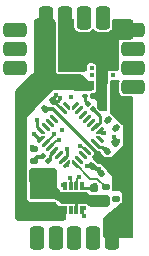
<source format=gbr>
%TF.GenerationSoftware,KiCad,Pcbnew,7.0.8*%
%TF.CreationDate,2024-02-17T11:30:39+00:00*%
%TF.ProjectId,uCoilDriver_I2C,75436f69-6c44-4726-9976-65725f493243,rev?*%
%TF.SameCoordinates,Original*%
%TF.FileFunction,Copper,L1,Top*%
%TF.FilePolarity,Positive*%
%FSLAX46Y46*%
G04 Gerber Fmt 4.6, Leading zero omitted, Abs format (unit mm)*
G04 Created by KiCad (PCBNEW 7.0.8) date 2024-02-17 11:30:39*
%MOMM*%
%LPD*%
G01*
G04 APERTURE LIST*
G04 Aperture macros list*
%AMRoundRect*
0 Rectangle with rounded corners*
0 $1 Rounding radius*
0 $2 $3 $4 $5 $6 $7 $8 $9 X,Y pos of 4 corners*
0 Add a 4 corners polygon primitive as box body*
4,1,4,$2,$3,$4,$5,$6,$7,$8,$9,$2,$3,0*
0 Add four circle primitives for the rounded corners*
1,1,$1+$1,$2,$3*
1,1,$1+$1,$4,$5*
1,1,$1+$1,$6,$7*
1,1,$1+$1,$8,$9*
0 Add four rect primitives between the rounded corners*
20,1,$1+$1,$2,$3,$4,$5,0*
20,1,$1+$1,$4,$5,$6,$7,0*
20,1,$1+$1,$6,$7,$8,$9,0*
20,1,$1+$1,$8,$9,$2,$3,0*%
%AMFreePoly0*
4,1,14,0.230680,0.111820,0.364320,-0.021821,0.377500,-0.053642,0.377500,-0.080000,0.364320,-0.111820,0.332500,-0.125000,-0.332500,-0.125000,-0.364320,-0.111820,-0.377500,-0.080000,-0.377500,0.080000,-0.364320,0.111820,-0.332500,0.125000,0.198860,0.125000,0.230680,0.111820,0.230680,0.111820,$1*%
%AMFreePoly1*
4,1,14,0.364320,0.111820,0.377500,0.080000,0.377501,0.053640,0.364318,0.021819,0.230680,-0.111820,0.198860,-0.125000,-0.332500,-0.125000,-0.364320,-0.111820,-0.377500,-0.080000,-0.377500,0.080000,-0.364320,0.111820,-0.332500,0.125000,0.332500,0.125000,0.364320,0.111820,0.364320,0.111820,$1*%
%AMFreePoly2*
4,1,15,0.053642,0.377500,0.080000,0.377500,0.111820,0.364320,0.125000,0.332500,0.125000,-0.332500,0.111820,-0.364320,0.080000,-0.377500,-0.080000,-0.377500,-0.111820,-0.364320,-0.125000,-0.332500,-0.125000,0.198860,-0.111820,0.230680,0.021820,0.364320,0.053640,0.377501,0.053642,0.377500,0.053642,0.377500,$1*%
%AMFreePoly3*
4,1,14,-0.021820,0.364320,0.111820,0.230679,0.125001,0.198860,0.125000,-0.332500,0.111820,-0.364320,0.080000,-0.377500,-0.080000,-0.377500,-0.111820,-0.364320,-0.125000,-0.332500,-0.125000,0.332500,-0.111820,0.364320,-0.080000,0.377500,-0.053640,0.377500,-0.021820,0.364320,-0.021820,0.364320,$1*%
%AMFreePoly4*
4,1,14,0.364320,0.111820,0.377500,0.080000,0.377500,-0.080000,0.364320,-0.111820,0.332500,-0.125000,-0.198860,-0.125001,-0.230680,-0.111818,-0.364320,0.021820,-0.377500,0.053640,-0.377500,0.080000,-0.364320,0.111820,-0.332500,0.125000,0.332500,0.125000,0.364320,0.111820,0.364320,0.111820,$1*%
%AMFreePoly5*
4,1,15,-0.198858,0.125000,0.332500,0.125000,0.364320,0.111820,0.377500,0.080000,0.377500,-0.080000,0.364320,-0.111820,0.332500,-0.125000,-0.332500,-0.125000,-0.364320,-0.111820,-0.377500,-0.080000,-0.377500,-0.053640,-0.364320,-0.021820,-0.230680,0.111820,-0.198860,0.125001,-0.198858,0.125000,-0.198858,0.125000,$1*%
%AMFreePoly6*
4,1,14,0.111820,0.364320,0.125000,0.332500,0.125001,-0.198860,0.111818,-0.230680,-0.021820,-0.364320,-0.053640,-0.377500,-0.080000,-0.377500,-0.111820,-0.364320,-0.125000,-0.332500,-0.125000,0.332500,-0.111820,0.364320,-0.080000,0.377500,0.080000,0.377500,0.111820,0.364320,0.111820,0.364320,$1*%
%AMFreePoly7*
4,1,14,0.111820,0.364320,0.125000,0.332500,0.125000,-0.332500,0.111820,-0.364320,0.080000,-0.377500,0.053640,-0.377501,0.021819,-0.364318,-0.111820,-0.230680,-0.125000,-0.198860,-0.125000,0.332500,-0.111820,0.364320,-0.080000,0.377500,0.080000,0.377500,0.111820,0.364320,0.111820,0.364320,$1*%
G04 Aperture macros list end*
%TA.AperFunction,CastellatedPad*%
%ADD10RoundRect,0.300000X-0.300000X-0.700000X0.300000X-0.700000X0.300000X0.700000X-0.300000X0.700000X0*%
%TD*%
%TA.AperFunction,CastellatedPad*%
%ADD11RoundRect,0.300000X-0.700000X0.300000X-0.700000X-0.300000X0.700000X-0.300000X0.700000X0.300000X0*%
%TD*%
%TA.AperFunction,SMDPad,CuDef*%
%ADD12RoundRect,0.140000X0.021213X-0.219203X0.219203X-0.021213X-0.021213X0.219203X-0.219203X0.021213X0*%
%TD*%
%TA.AperFunction,SMDPad,CuDef*%
%ADD13FreePoly0,135.000000*%
%TD*%
%TA.AperFunction,SMDPad,CuDef*%
%ADD14RoundRect,0.062500X0.309359X-0.220971X-0.220971X0.309359X-0.309359X0.220971X0.220971X-0.309359X0*%
%TD*%
%TA.AperFunction,SMDPad,CuDef*%
%ADD15FreePoly1,135.000000*%
%TD*%
%TA.AperFunction,SMDPad,CuDef*%
%ADD16FreePoly2,135.000000*%
%TD*%
%TA.AperFunction,SMDPad,CuDef*%
%ADD17RoundRect,0.062500X0.309359X0.220971X0.220971X0.309359X-0.309359X-0.220971X-0.220971X-0.309359X0*%
%TD*%
%TA.AperFunction,SMDPad,CuDef*%
%ADD18FreePoly3,135.000000*%
%TD*%
%TA.AperFunction,SMDPad,CuDef*%
%ADD19FreePoly4,135.000000*%
%TD*%
%TA.AperFunction,SMDPad,CuDef*%
%ADD20FreePoly5,135.000000*%
%TD*%
%TA.AperFunction,SMDPad,CuDef*%
%ADD21FreePoly6,135.000000*%
%TD*%
%TA.AperFunction,SMDPad,CuDef*%
%ADD22FreePoly7,135.000000*%
%TD*%
%TA.AperFunction,SMDPad,CuDef*%
%ADD23RoundRect,0.160000X0.160000X-0.197500X0.160000X0.197500X-0.160000X0.197500X-0.160000X-0.197500X0*%
%TD*%
%TA.AperFunction,SMDPad,CuDef*%
%ADD24RoundRect,0.100000X-0.162635X0.021213X0.021213X-0.162635X0.162635X-0.021213X-0.021213X0.162635X0*%
%TD*%
%TA.AperFunction,SMDPad,CuDef*%
%ADD25R,0.300000X0.700000*%
%TD*%
%TA.AperFunction,SMDPad,CuDef*%
%ADD26R,1.700000X1.000000*%
%TD*%
%TA.AperFunction,SMDPad,CuDef*%
%ADD27RoundRect,0.147500X-0.172500X0.147500X-0.172500X-0.147500X0.172500X-0.147500X0.172500X0.147500X0*%
%TD*%
%TA.AperFunction,CastellatedPad*%
%ADD28RoundRect,0.300000X0.700000X-0.300000X0.700000X0.300000X-0.700000X0.300000X-0.700000X-0.300000X0*%
%TD*%
%TA.AperFunction,SMDPad,CuDef*%
%ADD29RoundRect,0.093750X0.093750X0.106250X-0.093750X0.106250X-0.093750X-0.106250X0.093750X-0.106250X0*%
%TD*%
%TA.AperFunction,SMDPad,CuDef*%
%ADD30R,1.000000X1.600000*%
%TD*%
%TA.AperFunction,SMDPad,CuDef*%
%ADD31RoundRect,0.135000X0.185000X-0.135000X0.185000X0.135000X-0.185000X0.135000X-0.185000X-0.135000X0*%
%TD*%
%TA.AperFunction,SMDPad,CuDef*%
%ADD32RoundRect,0.100000X0.130000X0.100000X-0.130000X0.100000X-0.130000X-0.100000X0.130000X-0.100000X0*%
%TD*%
%TA.AperFunction,SMDPad,CuDef*%
%ADD33RoundRect,0.225000X0.250000X-0.225000X0.250000X0.225000X-0.250000X0.225000X-0.250000X-0.225000X0*%
%TD*%
%TA.AperFunction,SMDPad,CuDef*%
%ADD34RoundRect,0.140000X0.140000X0.170000X-0.140000X0.170000X-0.140000X-0.170000X0.140000X-0.170000X0*%
%TD*%
%TA.AperFunction,SMDPad,CuDef*%
%ADD35RoundRect,0.140000X-0.021213X0.219203X-0.219203X0.021213X0.021213X-0.219203X0.219203X-0.021213X0*%
%TD*%
%TA.AperFunction,SMDPad,CuDef*%
%ADD36RoundRect,0.140000X-0.219203X-0.021213X-0.021213X-0.219203X0.219203X0.021213X0.021213X0.219203X0*%
%TD*%
%TA.AperFunction,SMDPad,CuDef*%
%ADD37RoundRect,0.250000X0.925000X-0.412500X0.925000X0.412500X-0.925000X0.412500X-0.925000X-0.412500X0*%
%TD*%
%TA.AperFunction,SMDPad,CuDef*%
%ADD38RoundRect,0.250000X-0.412500X-0.925000X0.412500X-0.925000X0.412500X0.925000X-0.412500X0.925000X0*%
%TD*%
%TA.AperFunction,CastellatedPad*%
%ADD39RoundRect,0.300000X0.300000X0.700000X-0.300000X0.700000X-0.300000X-0.700000X0.300000X-0.700000X0*%
%TD*%
%TA.AperFunction,ViaPad*%
%ADD40C,0.450000*%
%TD*%
%TA.AperFunction,ViaPad*%
%ADD41C,0.440000*%
%TD*%
%TA.AperFunction,Conductor*%
%ADD42C,0.250000*%
%TD*%
%TA.AperFunction,Conductor*%
%ADD43C,0.200000*%
%TD*%
%TA.AperFunction,Conductor*%
%ADD44C,0.340000*%
%TD*%
%TA.AperFunction,Conductor*%
%ADD45C,0.300000*%
%TD*%
%TA.AperFunction,Conductor*%
%ADD46C,0.280000*%
%TD*%
G04 APERTURE END LIST*
D10*
%TO.P,TP2,1,1*%
%TO.N,GND*%
X75699800Y-81550000D03*
%TD*%
D11*
%TO.P,TP6,1,1*%
%TO.N,/NRST*%
X81500000Y-87400400D03*
%TD*%
D12*
%TO.P,C8,1*%
%TO.N,/ADC_IN*%
X79260589Y-92789411D03*
%TO.P,C8,2*%
%TO.N,GND*%
X79939411Y-92110589D03*
%TD*%
D11*
%TO.P,,1,1*%
%TO.N,/I2C1_SDA*%
X71500000Y-85800200D03*
%TD*%
D13*
%TO.P,U2,1,BOOT0*%
%TO.N,Net-(U2-BOOT0)*%
X76535320Y-93946679D03*
D14*
%TO.P,U2,2,PF0*%
%TO.N,unconnected-(U2-PF0-Pad2)*%
X76846447Y-93550699D03*
%TO.P,U2,3,PF1*%
%TO.N,unconnected-(U2-PF1-Pad3)*%
X77200000Y-93197146D03*
%TO.P,U2,4,NRST*%
%TO.N,/NRST*%
X77553553Y-92843592D03*
%TO.P,U2,5,VDDA*%
%TO.N,+3.3V*%
X77907107Y-92490039D03*
%TO.P,U2,6,PA0*%
%TO.N,/ADC_IN*%
X78260660Y-92136486D03*
D15*
%TO.P,U2,7,PA1*%
%TO.N,unconnected-(U2-PA1-Pad7)*%
X78656640Y-91825359D03*
D16*
%TO.P,U2,8,PA2*%
%TO.N,/PA2_IPROPI*%
X78656640Y-91121787D03*
D17*
%TO.P,U2,9,PA3*%
%TO.N,Net-(U2-PA3)*%
X78260660Y-90810660D03*
%TO.P,U2,10,PA4*%
%TO.N,unconnected-(U2-PA4-Pad10)*%
X77907107Y-90457107D03*
%TO.P,U2,11,PA5*%
%TO.N,unconnected-(U2-PA5-Pad11)*%
X77553553Y-90103554D03*
%TO.P,U2,12,PA6*%
%TO.N,unconnected-(U2-PA6-Pad12)*%
X77200000Y-89750000D03*
%TO.P,U2,13,PA7*%
%TO.N,unconnected-(U2-PA7-Pad13)*%
X76846447Y-89396447D03*
D18*
%TO.P,U2,14,PB0*%
%TO.N,unconnected-(U2-PB0-Pad14)*%
X76535320Y-89000467D03*
D19*
%TO.P,U2,15,PB1*%
%TO.N,unconnected-(U2-PB1-Pad15)*%
X75831748Y-89000467D03*
D14*
%TO.P,U2,16,VSS*%
%TO.N,GND*%
X75520621Y-89396447D03*
%TO.P,U2,17,VDD*%
%TO.N,+3.3V*%
X75167068Y-89750000D03*
%TO.P,U2,18,PA8*%
%TO.N,unconnected-(U2-PA8-Pad18)*%
X74813515Y-90103554D03*
%TO.P,U2,19,PA9*%
%TO.N,/UART_TX*%
X74459961Y-90457107D03*
%TO.P,U2,20,PA10*%
%TO.N,/UART_RX*%
X74106408Y-90810660D03*
D20*
%TO.P,U2,21,PA13*%
%TO.N,/SWDIO*%
X73710428Y-91121787D03*
D21*
%TO.P,U2,22,PA14*%
%TO.N,/SWCLK*%
X73710428Y-91825359D03*
D17*
%TO.P,U2,23,PA15*%
%TO.N,/TIM2_CH1*%
X74106408Y-92136486D03*
%TO.P,U2,24,PB3*%
%TO.N,/TIM2_CH2*%
X74459961Y-92490039D03*
%TO.P,U2,25,PB4*%
%TO.N,Net-(U2-PB4)*%
X74813515Y-92843592D03*
%TO.P,U2,26,PB5*%
%TO.N,unconnected-(U2-PB5-Pad26)*%
X75167068Y-93197146D03*
%TO.P,U2,27,PB6*%
%TO.N,/I2C1_SCL*%
X75520621Y-93550699D03*
D22*
%TO.P,U2,28,PB7*%
%TO.N,/I2C1_SDA*%
X75831748Y-93946679D03*
%TD*%
D23*
%TO.P,R4,1*%
%TO.N,GND*%
X78200000Y-97165000D03*
%TO.P,R4,2*%
%TO.N,/PA2_IPROPI*%
X78200000Y-95970000D03*
%TD*%
D24*
%TO.P,R5,1*%
%TO.N,Net-(D2-A)*%
X77624726Y-88826126D03*
%TO.P,R5,2*%
%TO.N,Net-(U2-PA3)*%
X78077274Y-89278674D03*
%TD*%
D25*
%TO.P,U1,1,IPROPI*%
%TO.N,/PA2_IPROPI*%
X77175000Y-95758000D03*
%TO.P,U1,2,IN2*%
%TO.N,/TIM2_CH2*%
X76675000Y-95758000D03*
%TO.P,U1,3,IN1*%
%TO.N,/TIM2_CH1*%
X76175000Y-95758000D03*
%TO.P,U1,4,VREF*%
%TO.N,Net-(U1-VREF)*%
X75675000Y-95758000D03*
%TO.P,U1,5,VM*%
%TO.N,+12V*%
X75675000Y-97858000D03*
%TO.P,U1,6,OUT1*%
%TO.N,/OUT1*%
X76175000Y-97858000D03*
%TO.P,U1,7,GND_1*%
%TO.N,GND*%
X76675000Y-97858000D03*
%TO.P,U1,8,OUT2*%
%TO.N,/OUT2*%
X77175000Y-97858000D03*
D26*
%TO.P,U1,9,GND_2*%
%TO.N,GND*%
X76425000Y-96808000D03*
%TD*%
D11*
%TO.P,TP7,1,1*%
%TO.N,/I2C1_SDA*%
X81500000Y-85800200D03*
%TD*%
D10*
%TO.P,TP13,1,1*%
%TO.N,/OUT1*%
X73299600Y-100200000D03*
%TD*%
D27*
%TO.P,D1,1,K*%
%TO.N,GND*%
X73050000Y-92665000D03*
%TO.P,D1,2,A*%
%TO.N,Net-(D1-A)*%
X73050000Y-93635000D03*
%TD*%
D28*
%TO.P,TP8,1,1*%
%TO.N,/I2C1_SCL*%
X81500000Y-84200000D03*
%TD*%
%TO.P,,1,1*%
%TO.N,/I2C1_SCL*%
X71500000Y-84200000D03*
%TD*%
D29*
%TO.P,U3,1,OUT*%
%TO.N,+3.3V*%
X79737500Y-87079800D03*
%TO.P,U3,2,NC*%
%TO.N,unconnected-(U3-NC-Pad2)*%
X79737500Y-86429800D03*
%TO.P,U3,3,GND*%
%TO.N,GND*%
X79737500Y-85779800D03*
%TO.P,U3,4,EN*%
%TO.N,unconnected-(U3-EN-Pad4)*%
X77962500Y-85779800D03*
%TO.P,U3,5,NC*%
%TO.N,unconnected-(U3-NC-Pad5)*%
X77962500Y-86429800D03*
%TO.P,U3,6,IN*%
%TO.N,+12V*%
X77962500Y-87079800D03*
D30*
%TO.P,U3,7,GND*%
%TO.N,GND*%
X78850000Y-86429800D03*
%TD*%
D31*
%TO.P,R2,1*%
%TO.N,Net-(U1-VREF)*%
X79990000Y-96857200D03*
%TO.P,R2,2*%
%TO.N,+3.3V*%
X79990000Y-95942800D03*
%TD*%
D32*
%TO.P,D2,1,K*%
%TO.N,GND*%
X78060000Y-88170000D03*
%TO.P,D2,2,A*%
%TO.N,Net-(D2-A)*%
X77420000Y-88170000D03*
%TD*%
D33*
%TO.P,C2,1*%
%TO.N,+12V*%
X76750000Y-87225000D03*
%TO.P,C2,2*%
%TO.N,GND*%
X76750000Y-85675000D03*
%TD*%
D10*
%TO.P,TP15,1,1*%
%TO.N,GND*%
X76500000Y-100200000D03*
%TD*%
D24*
%TO.P,R3,1*%
%TO.N,Net-(D1-A)*%
X73840126Y-93245726D03*
%TO.P,R3,2*%
%TO.N,Net-(U2-PB4)*%
X74292674Y-93698274D03*
%TD*%
D10*
%TO.P,TP17,1,1*%
%TO.N,/ADC_IN*%
X78100200Y-100200000D03*
%TD*%
D34*
%TO.P,C3,1*%
%TO.N,+3.3V*%
X79855000Y-88163400D03*
%TO.P,C3,2*%
%TO.N,GND*%
X78895000Y-88163400D03*
%TD*%
D10*
%TO.P,TP14,1,1*%
%TO.N,/OUT2*%
X74899800Y-100200000D03*
%TD*%
D35*
%TO.P,C11,1*%
%TO.N,+3.3V*%
X78639411Y-93385589D03*
%TO.P,C11,2*%
%TO.N,GND*%
X77960589Y-94064411D03*
%TD*%
D12*
%TO.P,C6,1*%
%TO.N,+3.3V*%
X73990589Y-89239411D03*
%TO.P,C6,2*%
%TO.N,GND*%
X74669411Y-88560589D03*
%TD*%
D28*
%TO.P,TP11,1,1*%
%TO.N,GND*%
X81500000Y-82600000D03*
%TD*%
D34*
%TO.P,C5,1*%
%TO.N,+3.3V*%
X79855000Y-89103200D03*
%TO.P,C5,2*%
%TO.N,GND*%
X78895000Y-89103200D03*
%TD*%
D31*
%TO.P,R1,1*%
%TO.N,GND*%
X79150000Y-96912800D03*
%TO.P,R1,2*%
%TO.N,Net-(U2-BOOT0)*%
X79150000Y-95892800D03*
%TD*%
D10*
%TO.P,TP12,1,1*%
%TO.N,/SWDIO*%
X78900000Y-81550000D03*
%TD*%
D36*
%TO.P,C1,1*%
%TO.N,/NRST*%
X79335589Y-90235589D03*
%TO.P,C1,2*%
%TO.N,GND*%
X80014411Y-90914411D03*
%TD*%
D37*
%TO.P,C4,1*%
%TO.N,+12V*%
X73880000Y-98012500D03*
%TO.P,C4,2*%
%TO.N,GND*%
X73880000Y-94937500D03*
%TD*%
D38*
%TO.P,C7,1*%
%TO.N,+12V*%
X74100000Y-83925000D03*
%TO.P,C7,2*%
%TO.N,GND*%
X77175000Y-83925000D03*
%TD*%
D39*
%TO.P,TP3,1,1*%
%TO.N,/SWCLK*%
X77300000Y-81550000D03*
%TD*%
D28*
%TO.P,,1,1*%
%TO.N,GND*%
X71500000Y-82600000D03*
%TD*%
D35*
%TO.P,C12,1*%
%TO.N,+3.3V*%
X79414411Y-93985589D03*
%TO.P,C12,2*%
%TO.N,GND*%
X78735589Y-94664411D03*
%TD*%
D10*
%TO.P,TP1,1,1*%
%TO.N,+12V*%
X74099600Y-81550000D03*
%TD*%
%TO.P,TP16,1,1*%
%TO.N,+3.3V*%
X79699600Y-100200000D03*
%TD*%
D40*
%TO.N,/NRST*%
X79335589Y-90235589D03*
X76962862Y-92385311D03*
%TO.N,GND*%
X78960251Y-86349700D03*
X76908240Y-83650500D03*
X80014411Y-90914411D03*
X78724500Y-87400000D03*
X78850500Y-88163400D03*
X72920000Y-96390000D03*
X76175000Y-88250000D03*
X72900000Y-92475000D03*
X77536664Y-94074433D03*
X73590000Y-96390000D03*
X76323774Y-96973450D03*
X78549500Y-94370000D03*
X75300000Y-88350000D03*
X80217605Y-91974153D03*
X74260000Y-96390000D03*
X78811630Y-94810255D03*
X75381142Y-96818372D03*
X74925000Y-88100000D03*
X72920000Y-95720000D03*
X75460000Y-91060000D03*
X79846725Y-91603275D03*
X79650000Y-83450000D03*
X77840000Y-97160000D03*
X78900000Y-84975000D03*
X78600000Y-83575000D03*
X74850000Y-96474500D03*
X79600000Y-84925000D03*
X73875000Y-94937500D03*
X76725000Y-96583500D03*
X77320000Y-96820000D03*
X77160000Y-85180000D03*
X79180000Y-97240000D03*
X78590000Y-97250000D03*
X78724500Y-86824027D03*
X78835462Y-88746720D03*
X75875000Y-96583500D03*
X73590000Y-95720000D03*
X75475000Y-85000000D03*
%TO.N,/PA2_IPROPI*%
X79025000Y-91300000D03*
X78211188Y-95711013D03*
%TO.N,/I2C1_SCL*%
X75862862Y-92691470D03*
%TO.N,/I2C1_SDA*%
X75895714Y-94010500D03*
%TO.N,/SWDIO*%
X73300500Y-90200000D03*
%TO.N,/SWCLK*%
X73050000Y-91350000D03*
%TO.N,/ADC_IN*%
X79264477Y-92935523D03*
%TO.N,Net-(U1-VREF)*%
X75565511Y-95706584D03*
X80065500Y-96860000D03*
%TO.N,/TIM2_CH2*%
X75172249Y-91914194D03*
X76872584Y-94997415D03*
%TO.N,/TIM2_CH1*%
X74774177Y-91400976D03*
X76141503Y-95132587D03*
%TO.N,/OUT2*%
X77351771Y-97694958D03*
X77350000Y-98320000D03*
D41*
%TO.N,/OUT1*%
X76175000Y-97858000D03*
%TD*%
D42*
%TO.N,/I2C1_SCL*%
X75862862Y-93208458D02*
X75862862Y-92691470D01*
X75520621Y-93550699D02*
X75862862Y-93208458D01*
D43*
%TO.N,/NRST*%
X77553553Y-92843592D02*
X77095272Y-92385311D01*
D44*
%TO.N,+3.3V*%
X77509531Y-92090521D02*
X74729010Y-89310000D01*
D43*
%TO.N,/NRST*%
X77095272Y-92385311D02*
X76962862Y-92385311D01*
D44*
%TO.N,+3.3V*%
X78689411Y-93271636D02*
X77509531Y-92091756D01*
X77509531Y-92091756D02*
X77509531Y-92090521D01*
X74729010Y-89310000D02*
X74061178Y-89310000D01*
D43*
%TO.N,/TIM2_CH1*%
X76175000Y-95166084D02*
X76141503Y-95132587D01*
X76175000Y-95758000D02*
X76175000Y-95166084D01*
%TO.N,Net-(U1-VREF)*%
X75623584Y-95706584D02*
X75565511Y-95706584D01*
X75675000Y-95758000D02*
X75623584Y-95706584D01*
%TO.N,Net-(U2-BOOT0)*%
X78428651Y-95186013D02*
X79135438Y-95892800D01*
X77836013Y-95186013D02*
X78428651Y-95186013D01*
X76596679Y-93946679D02*
X77836013Y-95186013D01*
D42*
%TO.N,/PA2_IPROPI*%
X77175000Y-95975000D02*
X77947201Y-95975000D01*
D43*
%TO.N,Net-(U2-BOOT0)*%
X79135438Y-95892800D02*
X79150000Y-95892800D01*
D42*
%TO.N,/PA2_IPROPI*%
X77947201Y-95975000D02*
X78211188Y-95711013D01*
D43*
%TO.N,Net-(U2-BOOT0)*%
X76535320Y-93946679D02*
X76596679Y-93946679D01*
%TO.N,/TIM2_CH2*%
X76690500Y-95179499D02*
X76690500Y-95374047D01*
X76675000Y-95389547D02*
X76675000Y-95758000D01*
X76690500Y-95374047D02*
X76675000Y-95389547D01*
X76872584Y-94997415D02*
X76690500Y-95179499D01*
D42*
%TO.N,GND*%
X79939411Y-91695961D02*
X79846725Y-91603275D01*
X78074411Y-94064411D02*
X77960589Y-94064411D01*
X75089411Y-88560589D02*
X74669411Y-88560589D01*
X75520621Y-89396447D02*
X74684763Y-88560589D01*
X74684763Y-88560589D02*
X74669411Y-88560589D01*
X75300000Y-88350000D02*
X75089411Y-88560589D01*
D45*
X78482924Y-94472924D02*
X78074411Y-94064411D01*
D42*
X74669411Y-88355589D02*
X74669411Y-88560589D01*
X74925000Y-88100000D02*
X74669411Y-88355589D01*
X79939411Y-92110589D02*
X79939411Y-91695961D01*
%TO.N,+3.3V*%
X78690641Y-93386819D02*
X78690641Y-93450000D01*
X78689411Y-93385589D02*
X78690641Y-93386819D01*
X78689411Y-93385589D02*
X78739411Y-93435589D01*
X78739411Y-93435589D02*
X78739411Y-93449500D01*
X79856477Y-88450000D02*
X79830000Y-88450000D01*
X78689411Y-93385589D02*
X78689411Y-93271636D01*
X74061178Y-89310000D02*
X73990589Y-89239411D01*
%TO.N,/PA2_IPROPI*%
X79025000Y-91300000D02*
X78834853Y-91300000D01*
X78834853Y-91300000D02*
X78656640Y-91121787D01*
%TO.N,/SWDIO*%
X73300500Y-90711859D02*
X73710428Y-91121787D01*
X73300500Y-90200000D02*
X73300500Y-90711859D01*
%TO.N,/SWCLK*%
X73525359Y-91825359D02*
X73710428Y-91825359D01*
X73050000Y-91350000D02*
X73525359Y-91825359D01*
%TO.N,/ADC_IN*%
X78611215Y-92487041D02*
X78260660Y-92136486D01*
X79264477Y-92935523D02*
X78815995Y-92487041D01*
X78815995Y-92487041D02*
X78611215Y-92487041D01*
D43*
%TO.N,/TIM2_CH2*%
X74459961Y-92490039D02*
X75035806Y-91914194D01*
X75035806Y-91914194D02*
X75172249Y-91914194D01*
%TO.N,/TIM2_CH1*%
X74774177Y-91468717D02*
X74106408Y-92136486D01*
X74774177Y-91400976D02*
X74774177Y-91468717D01*
D45*
%TO.N,Net-(D1-A)*%
X73715452Y-93370400D02*
X73329800Y-93370400D01*
X73840126Y-93245726D02*
X73715452Y-93370400D01*
X73329800Y-93370400D02*
X73047163Y-93653037D01*
D46*
%TO.N,Net-(U2-PB4)*%
X74396600Y-93260507D02*
X74396600Y-93594348D01*
X74396600Y-93594348D02*
X74292674Y-93698274D01*
X74813515Y-92843592D02*
X74396600Y-93260507D01*
%TO.N,Net-(D2-A)*%
X77420000Y-88600000D02*
X77420000Y-88270000D01*
X77583726Y-88763726D02*
X77420000Y-88600000D01*
%TO.N,Net-(U2-PA3)*%
X78636386Y-89888586D02*
X78036274Y-89288474D01*
X78260660Y-90810660D02*
X78636386Y-90434934D01*
X78636386Y-90434934D02*
X78636386Y-89888586D01*
%TD*%
%TA.AperFunction,Conductor*%
%TO.N,GND*%
G36*
X74761971Y-94262381D02*
G01*
X74840618Y-94278024D01*
X74885308Y-94296535D01*
X74941626Y-94334166D01*
X74975833Y-94368373D01*
X75013462Y-94424688D01*
X75031976Y-94469387D01*
X75047617Y-94548019D01*
X75050000Y-94572210D01*
X75050000Y-95900000D01*
X75133183Y-95986986D01*
X75133184Y-95986987D01*
X75311926Y-96173901D01*
X75311930Y-96173904D01*
X75400000Y-96266000D01*
X75454934Y-96266241D01*
X75458474Y-96268607D01*
X75458475Y-96268607D01*
X75458475Y-96268608D01*
X75498097Y-96276488D01*
X75508209Y-96278500D01*
X75841790Y-96278499D01*
X75881436Y-96270613D01*
X75906160Y-96268233D01*
X75945805Y-96268407D01*
X75969439Y-96270789D01*
X76001066Y-96277079D01*
X76008209Y-96278500D01*
X76341790Y-96278499D01*
X76370586Y-96272771D01*
X76395316Y-96270391D01*
X76434280Y-96270563D01*
X76457149Y-96270663D01*
X76480780Y-96273044D01*
X76508209Y-96278500D01*
X76841790Y-96278499D01*
X76859735Y-96274929D01*
X76884466Y-96272549D01*
X76968491Y-96272919D01*
X76992122Y-96275300D01*
X77008209Y-96278500D01*
X77020611Y-96278499D01*
X77051235Y-96283899D01*
X77051270Y-96283704D01*
X77061954Y-96285587D01*
X77061955Y-96285588D01*
X77146525Y-96300500D01*
X77424467Y-96300500D01*
X77481938Y-96314622D01*
X77497596Y-96322812D01*
X77510471Y-96329546D01*
X77527160Y-96340045D01*
X77775000Y-96525000D01*
X77988102Y-96526032D01*
X77996704Y-96526677D01*
X78005785Y-96528000D01*
X78394209Y-96527999D01*
X79219278Y-96531995D01*
X79243383Y-96534480D01*
X79286578Y-96543262D01*
X79321719Y-96550407D01*
X79366211Y-96569026D01*
X79422244Y-96606712D01*
X79456266Y-96640899D01*
X79493680Y-96697113D01*
X79512085Y-96741699D01*
X79527632Y-96820107D01*
X79530000Y-96844225D01*
X79530000Y-97218845D01*
X79527628Y-97242981D01*
X79521897Y-97271862D01*
X79512053Y-97321459D01*
X79493616Y-97366076D01*
X79456142Y-97422317D01*
X79422063Y-97456514D01*
X79365952Y-97494181D01*
X79321397Y-97512771D01*
X79242976Y-97528615D01*
X79218846Y-97531070D01*
X77887710Y-97535654D01*
X77869501Y-97534373D01*
X77809597Y-97525693D01*
X77774720Y-97515238D01*
X77764651Y-97510515D01*
X77712317Y-97464225D01*
X77706826Y-97454547D01*
X77700301Y-97441741D01*
X77700294Y-97441732D01*
X77604996Y-97346434D01*
X77604992Y-97346431D01*
X77604991Y-97346430D01*
X77484897Y-97285239D01*
X77484895Y-97285238D01*
X77484892Y-97285237D01*
X77351773Y-97264154D01*
X77351769Y-97264154D01*
X77218647Y-97285237D01*
X77199705Y-97294889D01*
X77192647Y-97298485D01*
X77136354Y-97312000D01*
X77131665Y-97312000D01*
X76835000Y-97312000D01*
X76831686Y-97608648D01*
X76831686Y-97608653D01*
X76830295Y-97733209D01*
X76809863Y-97800025D01*
X76756551Y-97845187D01*
X76687286Y-97854357D01*
X76624059Y-97824624D01*
X76586943Y-97765428D01*
X76583832Y-97751233D01*
X76579905Y-97726438D01*
X76519433Y-97607755D01*
X76519431Y-97607753D01*
X76515002Y-97599060D01*
X76516829Y-97598128D01*
X76512122Y-97587112D01*
X76517500Y-97312000D01*
X76211580Y-97312000D01*
X75645158Y-97312000D01*
X75620978Y-97309620D01*
X75622107Y-97309844D01*
X75616476Y-97309009D01*
X75612145Y-97308367D01*
X75612135Y-97308366D01*
X75612133Y-97308365D01*
X75577917Y-97304995D01*
X75574554Y-97304830D01*
X75567835Y-97304500D01*
X75567829Y-97304500D01*
X75423271Y-97304500D01*
X75356232Y-97284815D01*
X75339432Y-97271862D01*
X75085637Y-97038967D01*
X75085634Y-97038965D01*
X75078332Y-97032864D01*
X75078329Y-97032862D01*
X75078321Y-97032855D01*
X75052424Y-97013180D01*
X75044568Y-97007768D01*
X74991744Y-96974881D01*
X74991730Y-96974874D01*
X74991723Y-96974870D01*
X74957697Y-96957840D01*
X74957685Y-96957835D01*
X74957684Y-96957834D01*
X74957683Y-96957834D01*
X74943466Y-96952299D01*
X74915029Y-96941229D01*
X74878416Y-96930764D01*
X74878417Y-96930764D01*
X74878406Y-96930761D01*
X74817256Y-96919280D01*
X74817254Y-96919279D01*
X74817245Y-96919278D01*
X74807806Y-96917955D01*
X74807804Y-96917955D01*
X74775440Y-96914942D01*
X74775441Y-96914942D01*
X74769988Y-96914689D01*
X74765905Y-96914500D01*
X74765899Y-96914500D01*
X72851911Y-96914500D01*
X72784872Y-96894815D01*
X72766343Y-96880244D01*
X72748829Y-96863545D01*
X72713893Y-96803037D01*
X72710397Y-96773896D01*
X72710196Y-96493384D01*
X72709876Y-96485354D01*
X72707847Y-96459700D01*
X72707716Y-96458037D01*
X72706770Y-96450062D01*
X72702332Y-96422043D01*
X72700328Y-96409394D01*
X72700328Y-96370606D01*
X72705168Y-96340045D01*
X72706623Y-96330860D01*
X72707573Y-96322812D01*
X72709320Y-96300500D01*
X72709732Y-96295245D01*
X72710046Y-96287145D01*
X72709710Y-95820326D01*
X72709391Y-95812301D01*
X72707232Y-95784984D01*
X72706286Y-95777004D01*
X72700329Y-95739392D01*
X72700329Y-95700600D01*
X72706141Y-95663904D01*
X72707093Y-95655850D01*
X72709252Y-95628282D01*
X72709566Y-95620183D01*
X72708711Y-94433713D01*
X72728346Y-94366665D01*
X72763816Y-94330530D01*
X72814691Y-94296536D01*
X72859379Y-94278025D01*
X72938028Y-94262381D01*
X72962211Y-94260000D01*
X74737789Y-94260000D01*
X74761971Y-94262381D01*
G37*
%TD.AperFunction*%
%TD*%
%TA.AperFunction,Conductor*%
%TO.N,+12V*%
G36*
X74641274Y-81621503D02*
G01*
X74665222Y-81624168D01*
X74724087Y-81636603D01*
X74768218Y-81655409D01*
X74807754Y-81682312D01*
X74841444Y-81716460D01*
X74867812Y-81756357D01*
X74886020Y-81800739D01*
X74894287Y-81842669D01*
X74896959Y-81856219D01*
X74899301Y-81880205D01*
X74899301Y-82297885D01*
X74899644Y-82301069D01*
X74900000Y-82307702D01*
X74900000Y-86150000D01*
X74973221Y-86223221D01*
X74973224Y-86223225D01*
X75001774Y-86251775D01*
X75001777Y-86251777D01*
X75075000Y-86325000D01*
X76457717Y-86325000D01*
X76462580Y-86325191D01*
X76466508Y-86325500D01*
X77015408Y-86325500D01*
X77038924Y-86327750D01*
X77094270Y-86338440D01*
X77137917Y-86355954D01*
X77187519Y-86387914D01*
X77206063Y-86402540D01*
X77412500Y-86600000D01*
X77700000Y-86875000D01*
X77912789Y-86875000D01*
X77936972Y-86877381D01*
X77986915Y-86887315D01*
X78031607Y-86905826D01*
X78063593Y-86927199D01*
X78097800Y-86961406D01*
X78119171Y-86993389D01*
X78137685Y-87038088D01*
X78147617Y-87088019D01*
X78150000Y-87112210D01*
X78150000Y-87456288D01*
X78147599Y-87480569D01*
X78135677Y-87540274D01*
X78117031Y-87585107D01*
X78090063Y-87625279D01*
X78055626Y-87659516D01*
X78015303Y-87686248D01*
X77970360Y-87704636D01*
X77910582Y-87716211D01*
X77886290Y-87718470D01*
X75110930Y-87702382D01*
X75067852Y-87691908D01*
X75067402Y-87693295D01*
X75058124Y-87690280D01*
X74925002Y-87669196D01*
X74924998Y-87669196D01*
X74791878Y-87690279D01*
X74791873Y-87690281D01*
X74771977Y-87700417D01*
X74700000Y-87700000D01*
X74625709Y-87776823D01*
X74625704Y-87776827D01*
X73144376Y-89308656D01*
X72500000Y-89975000D01*
X72500073Y-90076207D01*
X72500073Y-90076210D01*
X72501667Y-92289667D01*
X72491518Y-92332012D01*
X72493297Y-92332590D01*
X72490280Y-92341875D01*
X72469196Y-92474997D01*
X72469196Y-92475002D01*
X72490280Y-92608126D01*
X72493296Y-92617407D01*
X72491659Y-92617938D01*
X72501934Y-92660678D01*
X72504063Y-95616278D01*
X72502537Y-95635763D01*
X72489196Y-95719999D01*
X72502687Y-95805181D01*
X72504213Y-95824489D01*
X72504543Y-96283240D01*
X72503017Y-96302724D01*
X72489196Y-96390000D01*
X72489196Y-96390001D01*
X72503172Y-96478242D01*
X72504699Y-96497550D01*
X72505000Y-96915000D01*
X72720000Y-97120000D01*
X74761136Y-97120000D01*
X74784019Y-97122130D01*
X74806538Y-97126358D01*
X74840484Y-97132732D01*
X74883134Y-97149335D01*
X74920626Y-97172676D01*
X74931909Y-97179701D01*
X74950211Y-97193605D01*
X75223294Y-97444200D01*
X75223297Y-97444201D01*
X75295000Y-97510000D01*
X75562789Y-97510000D01*
X75586980Y-97512383D01*
X75646480Y-97524218D01*
X75691177Y-97542732D01*
X75728261Y-97567510D01*
X75773066Y-97621123D01*
X75781773Y-97690448D01*
X75773051Y-97717134D01*
X75773111Y-97717154D01*
X75770094Y-97726439D01*
X75749258Y-97857996D01*
X75749258Y-97858003D01*
X75770093Y-97989557D01*
X75770094Y-97989560D01*
X75770095Y-97989562D01*
X75811485Y-98070795D01*
X75825000Y-98127088D01*
X75825000Y-98462789D01*
X75822617Y-98486982D01*
X75810781Y-98546482D01*
X75792267Y-98591179D01*
X75765481Y-98631268D01*
X75731269Y-98665479D01*
X75696975Y-98688394D01*
X75691179Y-98692267D01*
X75646482Y-98710781D01*
X75612857Y-98717469D01*
X75586978Y-98722617D01*
X75562789Y-98725000D01*
X71764224Y-98725000D01*
X71740029Y-98722617D01*
X71680516Y-98710777D01*
X71635811Y-98692256D01*
X71595719Y-98665462D01*
X71561507Y-98631242D01*
X71534722Y-98591143D01*
X71516213Y-98546437D01*
X71504884Y-98489423D01*
X71502509Y-98465255D01*
X71505041Y-87761453D01*
X71507524Y-87736796D01*
X71519349Y-87678633D01*
X71538602Y-87633207D01*
X71573590Y-87582196D01*
X71589592Y-87563250D01*
X72888097Y-86305970D01*
X72998317Y-86199249D01*
X72998317Y-86199247D01*
X73075000Y-86125000D01*
X73051476Y-81867160D01*
X73053780Y-81842674D01*
X73065566Y-81782431D01*
X73084268Y-81737185D01*
X73111429Y-81696677D01*
X73146182Y-81662200D01*
X73186909Y-81635361D01*
X73232301Y-81617023D01*
X73274361Y-81609142D01*
X73292631Y-81605720D01*
X73317140Y-81603610D01*
X74641274Y-81621503D01*
G37*
%TD.AperFunction*%
%TD*%
%TA.AperFunction,Conductor*%
%TO.N,+3.3V*%
G36*
X80225231Y-86828000D02*
G01*
X80283344Y-86847140D01*
X80319109Y-86896783D01*
X80318865Y-86957968D01*
X80317591Y-86961595D01*
X80305910Y-86992911D01*
X80305908Y-86992922D01*
X80299500Y-87052529D01*
X80299500Y-87748266D01*
X80299501Y-87748270D01*
X80305908Y-87807880D01*
X80305909Y-87807885D01*
X80356202Y-87942729D01*
X80385027Y-87981234D01*
X80442454Y-88057946D01*
X80442457Y-88057948D01*
X80442458Y-88057949D01*
X80557670Y-88144197D01*
X80692511Y-88194489D01*
X80692512Y-88194489D01*
X80692517Y-88194491D01*
X80752127Y-88200900D01*
X81401000Y-88200899D01*
X81459191Y-88219806D01*
X81495155Y-88269306D01*
X81500000Y-88299899D01*
X81500000Y-99986248D01*
X81498097Y-100005563D01*
X81488616Y-100053224D01*
X81473835Y-100088910D01*
X81452362Y-100121047D01*
X81425047Y-100148362D01*
X81392910Y-100169835D01*
X81357224Y-100184616D01*
X81312077Y-100193597D01*
X81292762Y-100195500D01*
X79107238Y-100195500D01*
X79087925Y-100193598D01*
X79069749Y-100189982D01*
X79042775Y-100184617D01*
X79007089Y-100169835D01*
X79006330Y-100169328D01*
X78974949Y-100148359D01*
X78947640Y-100121050D01*
X78926163Y-100088908D01*
X78911382Y-100053222D01*
X78902601Y-100009075D01*
X78900699Y-99989762D01*
X78900699Y-99452133D01*
X78900698Y-99452119D01*
X78900284Y-99448264D01*
X78900000Y-99442971D01*
X78900000Y-98614972D01*
X78902380Y-98593396D01*
X78914192Y-98540519D01*
X78932558Y-98501464D01*
X78965749Y-98458641D01*
X78980844Y-98443050D01*
X80426330Y-97246008D01*
X80426330Y-97246007D01*
X80500000Y-97185000D01*
X80495904Y-96871659D01*
X80496303Y-96866149D01*
X80496304Y-96857213D01*
X80495608Y-96849067D01*
X80490000Y-96420000D01*
X80300000Y-96230000D01*
X80219052Y-96228694D01*
X79888862Y-96223368D01*
X79863616Y-96219672D01*
X79802788Y-96202537D01*
X79759202Y-96176822D01*
X79724138Y-96141327D01*
X79698958Y-96097433D01*
X79682565Y-96036400D01*
X79679177Y-96011110D01*
X79675318Y-95030744D01*
X79675318Y-95030739D01*
X79675317Y-95030738D01*
X79675000Y-94950000D01*
X79269185Y-94532590D01*
X79258914Y-94518694D01*
X79258834Y-94518756D01*
X79243891Y-94499283D01*
X79223776Y-94473069D01*
X78940843Y-94190137D01*
X78922638Y-94165079D01*
X78898029Y-94116782D01*
X78898028Y-94116780D01*
X78802720Y-94021472D01*
X78802717Y-94021470D01*
X78682629Y-93960282D01*
X78682627Y-93960281D01*
X78541805Y-93937977D01*
X78542277Y-93934995D01*
X78497013Y-93920289D01*
X78485200Y-93910200D01*
X78453397Y-93878396D01*
X78449126Y-93873526D01*
X78448776Y-93873069D01*
X78151931Y-93576225D01*
X78151466Y-93575868D01*
X78146603Y-93571602D01*
X78047657Y-93472657D01*
X78032094Y-93452445D01*
X78000316Y-93397834D01*
X77986890Y-93349054D01*
X77986802Y-93340481D01*
X78005117Y-93282105D01*
X78015784Y-93269486D01*
X78059431Y-93225840D01*
X78101233Y-93163279D01*
X78107605Y-93131240D01*
X78133283Y-93081996D01*
X78351802Y-92854372D01*
X78366752Y-92841618D01*
X78407170Y-92813555D01*
X78443071Y-92798034D01*
X78450829Y-92796388D01*
X78489118Y-92799075D01*
X78489639Y-92796125D01*
X78518073Y-92801138D01*
X78538566Y-92804751D01*
X78542763Y-92805681D01*
X78582408Y-92816305D01*
X78582408Y-92816304D01*
X78590775Y-92818547D01*
X78590451Y-92819754D01*
X78626163Y-92832260D01*
X78636113Y-92838872D01*
X78651319Y-92851319D01*
X78742562Y-92942563D01*
X78746835Y-92947435D01*
X78772402Y-92980753D01*
X78837919Y-93046270D01*
X78856119Y-93071321D01*
X78915949Y-93188743D01*
X79011257Y-93284051D01*
X79131351Y-93345242D01*
X79147856Y-93347856D01*
X79150000Y-93350000D01*
X79161392Y-93350000D01*
X79264477Y-93366327D01*
X79359866Y-93351219D01*
X79375353Y-93350000D01*
X79492156Y-93350000D01*
X79492157Y-93350000D01*
X79575000Y-93350000D01*
X80600000Y-92325000D01*
X80600000Y-92184673D01*
X80610791Y-92139727D01*
X80627323Y-92107280D01*
X80627324Y-92107279D01*
X80648409Y-91974153D01*
X80627324Y-91841027D01*
X80617406Y-91821561D01*
X80610790Y-91808576D01*
X80600000Y-91763632D01*
X80600000Y-90734162D01*
X80600000Y-90650000D01*
X80539822Y-90591159D01*
X79542246Y-89615751D01*
X79529611Y-89600659D01*
X79501898Y-89559932D01*
X79486703Y-89523823D01*
X79476957Y-89475532D01*
X79475000Y-89455947D01*
X79475000Y-87343646D01*
X79488883Y-87297882D01*
X79488035Y-87297531D01*
X79491603Y-87288915D01*
X79491687Y-87288641D01*
X79491767Y-87288522D01*
X79500500Y-87244620D01*
X79500500Y-86963977D01*
X79517264Y-86908857D01*
X79522868Y-86900497D01*
X79550300Y-86873173D01*
X79582576Y-86851723D01*
X79618394Y-86837013D01*
X79646157Y-86831591D01*
X79666209Y-86827676D01*
X79685576Y-86825842D01*
X80225231Y-86828000D01*
G37*
%TD.AperFunction*%
%TD*%
%TA.AperFunction,Conductor*%
%TO.N,GND*%
G36*
X75785606Y-81631709D02*
G01*
X76401253Y-81636372D01*
X76459297Y-81655719D01*
X76494885Y-81705490D01*
X76499501Y-81735369D01*
X76499501Y-82297872D01*
X76500261Y-82304945D01*
X76505908Y-82357480D01*
X76505909Y-82357485D01*
X76556202Y-82492329D01*
X76642450Y-82607541D01*
X76642454Y-82607546D01*
X76642457Y-82607548D01*
X76642458Y-82607549D01*
X76757670Y-82693797D01*
X76892511Y-82744089D01*
X76892512Y-82744089D01*
X76892517Y-82744091D01*
X76952127Y-82750500D01*
X77647872Y-82750499D01*
X77707483Y-82744091D01*
X77774907Y-82718943D01*
X77842329Y-82693797D01*
X77842329Y-82693796D01*
X77842331Y-82693796D01*
X77957546Y-82607546D01*
X78020747Y-82523119D01*
X78070755Y-82487867D01*
X78131934Y-82488741D01*
X78179252Y-82523119D01*
X78242454Y-82607546D01*
X78242457Y-82607548D01*
X78242458Y-82607549D01*
X78357670Y-82693797D01*
X78492511Y-82744089D01*
X78492512Y-82744089D01*
X78492517Y-82744091D01*
X78552127Y-82750500D01*
X79247872Y-82750499D01*
X79307483Y-82744091D01*
X79374907Y-82718943D01*
X79442329Y-82693797D01*
X79442329Y-82693796D01*
X79442331Y-82693796D01*
X79557546Y-82607546D01*
X79643796Y-82492331D01*
X79694091Y-82357483D01*
X79700500Y-82297873D01*
X79700500Y-81761119D01*
X79719407Y-81702928D01*
X79768907Y-81666964D01*
X79800245Y-81662122D01*
X81192574Y-81672670D01*
X81211768Y-81674698D01*
X81297190Y-81692279D01*
X81332617Y-81707191D01*
X81396693Y-81750446D01*
X81423773Y-81777732D01*
X81466540Y-81842131D01*
X81481185Y-81877677D01*
X81498116Y-81963217D01*
X81500000Y-81982439D01*
X81500000Y-83090248D01*
X81498098Y-83109563D01*
X81481005Y-83195492D01*
X81466223Y-83231178D01*
X81423073Y-83295758D01*
X81395758Y-83323073D01*
X81331178Y-83366223D01*
X81295491Y-83381005D01*
X81212074Y-83397598D01*
X81192760Y-83399500D01*
X80752133Y-83399500D01*
X80752127Y-83399501D01*
X80751812Y-83399534D01*
X80750113Y-83399717D01*
X80744832Y-83400000D01*
X80300000Y-83400000D01*
X80300000Y-83699997D01*
X80300000Y-83844819D01*
X80299717Y-83850109D01*
X80299500Y-83852127D01*
X80299500Y-84547869D01*
X80299501Y-84547873D01*
X80299716Y-84549873D01*
X80300000Y-84555168D01*
X80300000Y-85445019D01*
X80299717Y-85450309D01*
X80299500Y-85452327D01*
X80299500Y-85766136D01*
X80297585Y-85785513D01*
X80280880Y-85869209D01*
X80266001Y-85904997D01*
X80222584Y-85969697D01*
X80195109Y-85997028D01*
X80130176Y-86040107D01*
X80094312Y-86054797D01*
X80026345Y-86067991D01*
X80008023Y-86071548D01*
X79988641Y-86073360D01*
X79882013Y-86072799D01*
X79662086Y-86071642D01*
X79651579Y-86071587D01*
X79651577Y-86071587D01*
X79350000Y-86070000D01*
X79350000Y-86371581D01*
X79350000Y-86764906D01*
X79340448Y-86807333D01*
X79320654Y-86849064D01*
X79303893Y-86904173D01*
X79303889Y-86904191D01*
X79295001Y-86963965D01*
X79295000Y-86963982D01*
X79295000Y-87214419D01*
X79290737Y-87243158D01*
X79278351Y-87283988D01*
X79278348Y-87284000D01*
X79269500Y-87343646D01*
X79269500Y-89273613D01*
X79252207Y-89329514D01*
X79246460Y-89337914D01*
X79219213Y-89364688D01*
X79155050Y-89406954D01*
X79119692Y-89421419D01*
X79045944Y-89435921D01*
X79034875Y-89438098D01*
X79034661Y-89438140D01*
X79015559Y-89440000D01*
X78750552Y-89440000D01*
X78731238Y-89438098D01*
X78716670Y-89435200D01*
X78681047Y-89428114D01*
X78630359Y-89401019D01*
X78479778Y-89250438D01*
X78452684Y-89199749D01*
X78442702Y-89149562D01*
X78440800Y-89130249D01*
X78440800Y-88724630D01*
X78440800Y-88724627D01*
X78440800Y-88590000D01*
X78232000Y-88420000D01*
X78125317Y-88420000D01*
X78125316Y-88420000D01*
X78020752Y-88420000D01*
X78001436Y-88418097D01*
X77945738Y-88407017D01*
X77910053Y-88392236D01*
X77871103Y-88366211D01*
X77843788Y-88338896D01*
X77817763Y-88299946D01*
X77802981Y-88264259D01*
X77791902Y-88208561D01*
X77790000Y-88189247D01*
X77790000Y-88103234D01*
X77793373Y-88077612D01*
X77805936Y-88030724D01*
X77831557Y-87986344D01*
X77856344Y-87961557D01*
X77900725Y-87935936D01*
X77947614Y-87923373D01*
X77973235Y-87920000D01*
X78008478Y-87920000D01*
X78008481Y-87920000D01*
X78130400Y-87920000D01*
X78217753Y-87834953D01*
X78217756Y-87834952D01*
X78238612Y-87814646D01*
X78350000Y-87706200D01*
X78350000Y-87523924D01*
X78351079Y-87509346D01*
X78351602Y-87505836D01*
X78351603Y-87505829D01*
X78355001Y-87471470D01*
X78355002Y-87471455D01*
X78355500Y-87461356D01*
X78355500Y-87107172D01*
X78355005Y-87097087D01*
X78351635Y-87062867D01*
X78351634Y-87062862D01*
X78351571Y-87062436D01*
X78350499Y-87047908D01*
X78350499Y-86929620D01*
X78350329Y-86928154D01*
X78350000Y-86922450D01*
X78350000Y-85696726D01*
X78350000Y-85580000D01*
X78260690Y-85495944D01*
X78260342Y-85495616D01*
X78260427Y-85495525D01*
X78254472Y-85489113D01*
X78253968Y-85489617D01*
X78180000Y-85420000D01*
X78130099Y-85418811D01*
X78082278Y-85409300D01*
X78082276Y-85409300D01*
X77842724Y-85409300D01*
X77842721Y-85409300D01*
X77830735Y-85411683D01*
X77760000Y-85410000D01*
X77694086Y-85472444D01*
X77678238Y-85483034D01*
X77678231Y-85483041D01*
X77676342Y-85485869D01*
X77667847Y-85495944D01*
X77668201Y-85496248D01*
X77664886Y-85500107D01*
X77664883Y-85500109D01*
X77570000Y-85590000D01*
X77571221Y-85720695D01*
X77571221Y-85720698D01*
X77572408Y-85847695D01*
X77570665Y-85867134D01*
X77556748Y-85940216D01*
X77542133Y-85976214D01*
X77506673Y-86029961D01*
X77479327Y-86057563D01*
X77455788Y-86073412D01*
X77425915Y-86093524D01*
X77390054Y-86108476D01*
X77334971Y-86119500D01*
X77317106Y-86123075D01*
X77297680Y-86125000D01*
X77079837Y-86125000D01*
X77065723Y-86123989D01*
X77063371Y-86123650D01*
X77036203Y-86121050D01*
X77030101Y-86120467D01*
X77023573Y-86120155D01*
X77020312Y-86120000D01*
X77020310Y-86120000D01*
X76474471Y-86120000D01*
X76461751Y-86119500D01*
X75204500Y-86119500D01*
X75146309Y-86100593D01*
X75110345Y-86051093D01*
X75105500Y-86020500D01*
X75105500Y-82304945D01*
X75105352Y-82299438D01*
X75104872Y-82290488D01*
X75104801Y-82287836D01*
X75104801Y-81875209D01*
X75104314Y-81865220D01*
X75104314Y-81865219D01*
X75104314Y-81865213D01*
X75101000Y-81831271D01*
X75099545Y-81821373D01*
X75087638Y-81760986D01*
X75087475Y-81760443D01*
X75087477Y-81760339D01*
X75087058Y-81758651D01*
X75087517Y-81758537D01*
X75088826Y-81699273D01*
X75125875Y-81650579D01*
X75163611Y-81634715D01*
X75192652Y-81629138D01*
X75212070Y-81627364D01*
X75785606Y-81631709D01*
G37*
%TD.AperFunction*%
%TD*%
M02*

</source>
